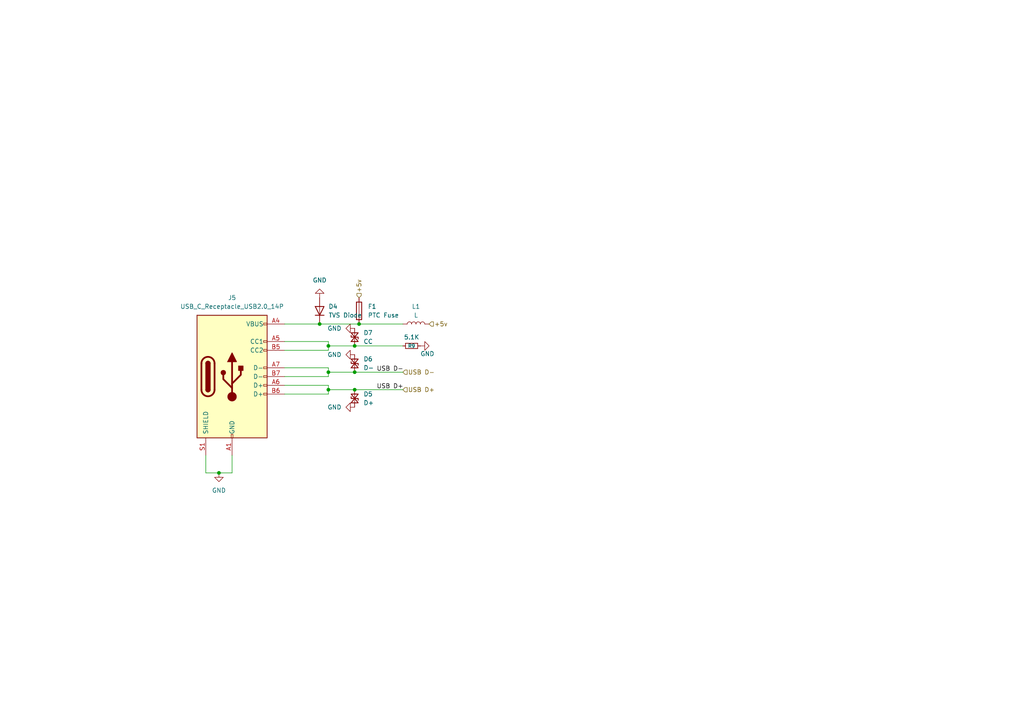
<source format=kicad_sch>
(kicad_sch (version 20250114) (generator "eeschema") (generator_version "9.0")
  (paper "A4")
  (lib_symbols
    (symbol "Connector:USB_C_Receptacle_USB2.0_14P" (pin_names (offset 1.016))
      (property "Reference" "J" (at 0 22.225 0))
      (property "Value" "USB_C_Receptacle_USB2.0_14P" (at 0 19.685 0))
      (symbol "USB_C_Receptacle_USB2.0_14P_0_0"
        (rectangle (start -0.254 -17.78) (end 0.254 -16.764))
        (rectangle (start 10.16 15.494) (end 9.144 14.986))
        (rectangle (start 10.16 10.414) (end 9.144 9.906))
        (rectangle (start 10.16 7.874) (end 9.144 7.366))
        (rectangle (start 10.16 2.794) (end 9.144 2.286))
        (rectangle (start 10.16 0.254) (end 9.144 -0.254))
        (rectangle (start 10.16 -2.286) (end 9.144 -2.794))
        (rectangle (start 10.16 -4.826) (end 9.144 -5.334))
      )
      (symbol "USB_C_Receptacle_USB2.0_14P_0_1"
        (rectangle (start -10.16 17.78) (end 10.16 -17.78) (stroke (width 0.254)) (fill (type background)))
        (polyline (pts (xy -8.89 -3.81) (xy -8.89 3.81)) (stroke (width 0.508)))
        (rectangle (start -7.62 -3.81) (end -6.35 3.81) (stroke (width 0.254)) (fill (type outline)))
        (arc (start -7.62 3.81) (mid -6.985 4.4423) (end -6.35 3.81) (stroke (width 0.254)))
        (arc (start -7.62 3.81) (mid -6.985 4.4423) (end -6.35 3.81) (stroke (width 0.254)) (fill (type outline)))
        (arc (start -8.89 3.81) (mid -6.985 5.7067) (end -5.08 3.81) (stroke (width 0.508)))
        (arc (start -5.08 -3.81) (mid -6.985 -5.7067) (end -8.89 -3.81) (stroke (width 0.508)))
        (arc (start -6.35 -3.81) (mid -6.985 -4.4423) (end -7.62 -3.81) (stroke (width 0.254)))
        (arc (start -6.35 -3.81) (mid -6.985 -4.4423) (end -7.62 -3.81) (stroke (width 0.254)) (fill (type outline)))
        (polyline (pts (xy -5.08 3.81) (xy -5.08 -3.81)) (stroke (width 0.508)))
        (circle (center -2.54 1.143) (radius 0.635) (stroke (width 0.254)) (fill (type outline)))
        (polyline (pts (xy -1.27 4.318) (xy 0 6.858) (xy 1.27 4.318) (xy -1.27 4.318)) (stroke (width 0.254)) (fill (type outline)))
        (polyline (pts (xy 0 -2.032) (xy 2.54 0.508) (xy 2.54 1.778)) (stroke (width 0.508)))
        (polyline (pts (xy 0 -3.302) (xy -2.54 -0.762) (xy -2.54 0.508)) (stroke (width 0.508)))
        (polyline (pts (xy 0 -5.842) (xy 0 4.318)) (stroke (width 0.508)))
        (circle (center 0 -5.842) (radius 1.27) (fill (type outline)))
        (rectangle (start 1.905 1.778) (end 3.175 3.048) (stroke (width 0.254)) (fill (type outline)))
      )
      (symbol "USB_C_Receptacle_USB2.0_14P_1_1"
        (pin passive line (at -7.62 -22.86 90) (length 5.08) (name "SHIELD") (number "S1"))
        (pin passive line (at 0 -22.86 90) (length 5.08) (name "GND") (number "A1"))
        (pin passive line (at 0 -22.86 90) (length 5.08) (hide yes) (name "GND") (number "A12"))
        (pin passive line (at 0 -22.86 90) (length 5.08) (hide yes) (name "GND") (number "B1"))
        (pin passive line (at 0 -22.86 90) (length 5.08) (hide yes) (name "GND") (number "B12"))
        (pin passive line (at 15.24 15.24 180) (length 5.08) (name "VBUS") (number "A4"))
        (pin passive line (at 15.24 15.24 180) (length 5.08) (hide yes) (name "VBUS") (number "A9"))
        (pin passive line (at 15.24 15.24 180) (length 5.08) (hide yes) (name "VBUS") (number "B4"))
        (pin passive line (at 15.24 15.24 180) (length 5.08) (hide yes) (name "VBUS") (number "B9"))
        (pin bidirectional line (at 15.24 10.16 180) (length 5.08) (name "CC1") (number "A5"))
        (pin bidirectional line (at 15.24 7.62 180) (length 5.08) (name "CC2") (number "B5"))
        (pin bidirectional line (at 15.24 2.54 180) (length 5.08) (name "D-") (number "A7"))
        (pin bidirectional line (at 15.24 0 180) (length 5.08) (name "D-") (number "B7"))
        (pin bidirectional line (at 15.24 -2.54 180) (length 5.08) (name "D+") (number "A6"))
        (pin bidirectional line (at 15.24 -5.08 180) (length 5.08) (name "D+") (number "B6"))
      )
    )
    (symbol "Device:D" (pin_numbers (hide yes)) (pin_names (offset 1.016) (hide yes))
      (property "Reference" "D" (at 0 2.54 0))
      (property "Value" "D" (at 0 -2.54 0))
      (symbol "D_0_1"
        (polyline (pts (xy -1.27 1.27) (xy -1.27 -1.27)) (stroke (width 0.254)))
        (polyline (pts (xy 1.27 1.27) (xy 1.27 -1.27) (xy -1.27 0) (xy 1.27 1.27)) (stroke (width 0.254)))
        (polyline (pts (xy 1.27 0) (xy -1.27 0)))
      )
      (symbol "D_1_1"
        (pin passive line (at -3.81 0 0) (length 2.54) (name "K") (number "1"))
        (pin passive line (at 3.81 0 180) (length 2.54) (name "A") (number "2"))
      )
    )
    (symbol "Device:D_TVS_Small" (pin_numbers (hide yes)) (pin_names (offset 1.016) (hide yes))
      (property "Reference" "D" (at 0 2.54 0))
      (property "Value" "D_TVS_Small" (at 0 -2.54 0))
      (symbol "D_TVS_Small_0_1"
        (polyline (pts (xy -1.27 1.016) (xy -1.27 -1.016) (xy 1.27 1.016) (xy 1.27 -1.016) (xy -1.27 1.016)) (stroke (width 0.254)))
        (polyline (pts (xy -1.27 0) (xy 1.27 0)))
        (polyline (pts (xy 0.508 1.016) (xy 0 1.016) (xy 0 -1.016) (xy -0.508 -1.016)) (stroke (width 0.254)))
      )
      (symbol "D_TVS_Small_1_1"
        (pin passive line (at -2.54 0 0) (length 1.27) (name "A1") (number "1"))
        (pin passive line (at 2.54 0 180) (length 1.27) (name "A2") (number "2"))
      )
    )
    (symbol "Device:Fuse" (pin_numbers (hide yes)) (pin_names (offset 0))
      (property "Reference" "F" (at 2.032 0 90))
      (property "Value" "Fuse" (at -1.905 0 90))
      (symbol "Fuse_0_1"
        (rectangle (start -0.762 -2.54) (end 0.762 2.54) (stroke (width 0.254)))
        (polyline (pts (xy 0 2.54) (xy 0 -2.54)))
      )
      (symbol "Fuse_1_1"
        (pin passive line (at 0 3.81 270) (length 1.27) (name "~") (number "1"))
        (pin passive line (at 0 -3.81 90) (length 1.27) (name "~") (number "2"))
      )
    )
    (symbol "Device:L" (pin_numbers (hide yes)) (pin_names (offset 1.016) (hide yes))
      (property "Reference" "L" (at -1.27 0 90))
      (property "Value" "L" (at 1.905 0 90))
      (symbol "L_0_1"
        (arc (start 0 2.54) (mid 0.6323 1.905) (end 0 1.27))
        (arc (start 0 1.27) (mid 0.6323 0.635) (end 0 0))
        (arc (start 0 0) (mid 0.6323 -0.635) (end 0 -1.27))
        (arc (start 0 -1.27) (mid 0.6323 -1.905) (end 0 -2.54))
      )
      (symbol "L_1_1"
        (pin passive line (at 0 3.81 270) (length 1.27) (name "1") (number "1"))
        (pin passive line (at 0 -3.81 90) (length 1.27) (name "2") (number "2"))
      )
    )
    (symbol "Device:R_Small" (pin_numbers (hide yes)) (pin_names (offset 0.254) (hide yes))
      (property "Reference" "R" (at 0 0 90))
      (property "Value" "R_Small" (at 1.778 0 90))
      (symbol "R_Small_0_1"
        (rectangle (start -0.762 1.778) (end 0.762 -1.778) (stroke (width 0.2032)))
      )
      (symbol "R_Small_1_1"
        (pin passive line (at 0 2.54 270) (length 0.762) (name "~") (number "1"))
        (pin passive line (at 0 -2.54 90) (length 0.762) (name "~") (number "2"))
      )
    )
    (symbol "power:GND" (power) (pin_numbers (hide yes)) (pin_names (offset 0) (hide yes))
      (property "Value" "GND" (at 0 -3.81 0))
      (symbol "GND_0_1"
        (polyline (pts (xy 0 0) (xy 0 -1.27) (xy 1.27 -1.27) (xy 0 -2.54) (xy -1.27 -1.27) (xy 0 -1.27)))
      )
      (symbol "GND_1_1"
        (pin power_in line (at 0 0 270) (length 0) (name "~") (number "1"))
      )
    )
  )
  (junction (at 63.5 137.16))
  (junction (at 102.87 100.33))
  (junction (at 95.25 100.33))
  (junction (at 104.14 93.98))
  (junction (at 102.87 107.95))
  (junction (at 92.71 93.98))
  (junction (at 95.25 107.95))
  (junction (at 95.25 113.03))
  (junction (at 102.87 113.03))
  (wire (pts (xy 95.25 106.68) (xy 82.55 106.68)))
  (wire (pts (xy 59.69 137.16) (xy 63.5 137.16)))
  (wire (pts (xy 95.25 107.95) (xy 95.25 109.22)))
  (wire (pts (xy 95.25 106.68) (xy 95.25 107.95)))
  (wire (pts (xy 95.25 107.95) (xy 102.87 107.95)))
  (wire (pts (xy 67.31 137.16) (xy 67.31 132.08)))
  (wire (pts (xy 82.55 93.98) (xy 92.71 93.98)))
  (wire (pts (xy 95.25 101.6) (xy 95.25 100.33)))
  (wire (pts (xy 95.25 100.33) (xy 102.87 100.33)))
  (wire (pts (xy 95.25 111.76) (xy 82.55 111.76)))
  (wire (pts (xy 102.87 113.03) (xy 116.84 113.03)))
  (wire (pts (xy 59.69 132.08) (xy 59.69 137.16)))
  (wire (pts (xy 95.25 111.76) (xy 95.25 113.03)))
  (wire (pts (xy 95.25 113.03) (xy 95.25 114.3)))
  (wire (pts (xy 82.55 109.22) (xy 95.25 109.22)))
  (wire (pts (xy 82.55 114.3) (xy 95.25 114.3)))
  (wire (pts (xy 102.87 100.33) (xy 116.84 100.33)))
  (wire (pts (xy 82.55 101.6) (xy 95.25 101.6)))
  (wire (pts (xy 104.14 93.98) (xy 116.84 93.98)))
  (wire (pts (xy 63.5 137.16) (xy 67.31 137.16)))
  (wire (pts (xy 102.87 107.95) (xy 116.84 107.95)))
  (wire (pts (xy 82.55 99.06) (xy 95.25 99.06)))
  (wire (pts (xy 95.25 99.06) (xy 95.25 100.33)))
  (wire (pts (xy 92.71 93.98) (xy 104.14 93.98)))
  (wire (pts (xy 95.25 113.03) (xy 102.87 113.03)))
  (label "USB D+" (at 109.22 113.03 0))
  (label "USB D-" (at 109.22 107.95 0))
  (hierarchical_label "USB D-" (shape input) (at 116.84 107.95 0))
  (hierarchical_label "USB D+" (shape input) (at 116.84 113.03 0))
  (hierarchical_label "+5v" (shape input) (at 104.14 86.36 90))
  (hierarchical_label "+5v" (shape input) (at 124.46 93.98 0))
  (symbol (lib_id "Device:L") (at 120.65 93.98 90) (unit 1)
    (property "Reference" "L1" (at 120.65 88.9 90))
    (property "Value" "L" (at 120.65 91.44 90))
    (property "Description" "Inductor" (effects (hide yes)))
  )
  (symbol (lib_id "Device:Fuse") (at 104.14 90.17 0) (unit 1)
    (property "Reference" "F1" (at 106.68 88.8999 0) (effects (justify left)))
    (property "Value" "PTC Fuse" (at 106.68 91.4399 0) (effects (justify left)))
    (property "Description" "Fuse" (effects (hide yes)))
  )
  (symbol (lib_id "Device:D_TVS_Small") (at 102.87 115.57 90) (unit 1)
    (property "Reference" "D5" (at 105.41 114.2999 90) (effects (justify right)))
    (property "Value" "D+" (at 105.41 116.8399 90) (effects (justify right)))
    (property "Description" "Bidirectional transient-voltage-suppression diode, small symbol" (effects (hide yes)))
  )
  (symbol (lib_id "Device:D_TVS_Small") (at 102.87 105.41 90) (unit 1)
    (property "Reference" "D6" (at 105.41 104.1399 90) (effects (justify right)))
    (property "Value" "D-" (at 105.41 106.6799 90) (effects (justify right)))
    (property "Description" "Bidirectional transient-voltage-suppression diode, small symbol" (effects (hide yes)))
  )
  (symbol (lib_id "power:GND") (at 102.87 102.87 270) (unit 1)
    (property "Reference" "#PWR040" (effects (hide yes)))
    (property "Value" "GND" (at 99.06 102.8699 90) (effects (justify right)))
    (property "Description" "Power symbol creates a global label with name \"GND\" , ground" (effects (hide yes)))
  )
  (symbol (lib_id "power:GND") (at 102.87 95.25 270) (unit 1)
    (property "Reference" "#PWR039" (effects (hide yes)))
    (property "Value" "GND" (at 99.06 95.2499 90) (effects (justify right)))
    (property "Description" "Power symbol creates a global label with name \"GND\" , ground" (effects (hide yes)))
  )
  (symbol (lib_id "Device:D") (at 92.71 90.17 90) (unit 1)
    (property "Reference" "D4" (at 95.25 88.8999 90) (effects (justify right)))
    (property "Value" "TVS Diode" (at 95.25 91.4399 90) (effects (justify right)))
    (property "Description" "Diode" (effects (hide yes)))
    (property "Sim.Device" "D" (effects (hide yes)))
    (property "Sim.Pins" "1=K 2=A" (effects (hide yes)))
  )
  (symbol (lib_id "power:GND") (at 63.5 137.16 0) (unit 1)
    (property "Reference" "#PWR042" (effects (hide yes)))
    (property "Value" "GND" (at 63.5 142.24 0))
    (property "Description" "Power symbol creates a global label with name \"GND\" , ground" (effects (hide yes)))
  )
  (symbol (lib_id "power:GND") (at 102.87 118.11 270) (unit 1)
    (property "Reference" "#PWR041" (effects (hide yes)))
    (property "Value" "GND" (at 99.06 118.1099 90) (effects (justify right)))
    (property "Description" "Power symbol creates a global label with name \"GND\" , ground" (effects (hide yes)))
  )
  (symbol (lib_id "Device:R_Small") (at 119.38 100.33 90) (unit 1)
    (property "Reference" "R9" (at 119.38 100.33 90) (effects (font (size 1.016 1.016))))
    (property "Value" "5.1K" (at 119.38 97.79 90))
    (property "Description" "Resistor, small symbol" (effects (hide yes)))
  )
  (symbol (lib_id "power:GND") (at 121.92 100.33 90) (unit 1)
    (property "Reference" "#PWR02" (effects (hide yes)))
    (property "Value" "GND" (at 121.92 102.616 90) (effects (justify right)))
    (property "Description" "Power symbol creates a global label with name \"GND\" , ground" (effects (hide yes)))
  )
  (symbol (lib_id "Connector:USB_C_Receptacle_USB2.0_14P") (at 67.31 109.22 0) (unit 1)
    (property "Reference" "J5" (at 67.31 86.36 0))
    (property "Value" "USB_C_Receptacle_USB2.0_14P" (at 67.31 88.9 0))
    (property "Footprint" "Connector_USB:USB_C_Receptacle_Molex_105450-0101" (effects (hide yes)))
    (property "Datasheet" "https://www.usb.org/sites/default/files/documents/usb_type-c.zip" (effects (hide yes)))
    (property "Description" "USB 2.0-only 14P Type-C Receptacle connector" (effects (hide yes)))
  )
  (symbol (lib_id "power:GND") (at 92.71 86.36 180) (unit 1)
    (property "Reference" "#PWR024" (effects (hide yes)))
    (property "Value" "GND" (at 92.71 81.28 0))
    (property "Description" "Power symbol creates a global label with name \"GND\" , ground" (effects (hide yes)))
  )
  (symbol (lib_id "Device:D_TVS_Small") (at 102.87 97.79 90) (unit 1)
    (property "Reference" "D7" (at 105.41 96.5199 90) (effects (justify right)))
    (property "Value" "CC" (at 105.41 99.0599 90) (effects (justify right)))
    (property "Description" "Bidirectional transient-voltage-suppression diode, small symbol" (effects (hide yes)))
  )
)
</source>
